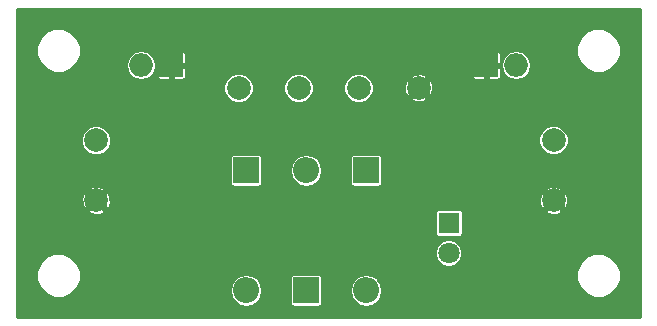
<source format=gbr>
G04 #@! TF.FileFunction,Copper,L2,Bot,Signal*
%FSLAX46Y46*%
G04 Gerber Fmt 4.6, Leading zero omitted, Abs format (unit mm)*
G04 Created by KiCad (PCBNEW 4.0.0-rc1-stable) date 17/09/2017 11:41:04*
%MOMM*%
G01*
G04 APERTURE LIST*
%ADD10C,0.076200*%
%ADD11R,2.200000X2.200000*%
%ADD12O,2.200000X2.200000*%
%ADD13R,1.800000X1.800000*%
%ADD14C,1.800000*%
%ADD15C,2.000000*%
%ADD16O,1.998980X1.998980*%
%ADD17R,1.998980X1.998980*%
%ADD18C,0.254000*%
G04 APERTURE END LIST*
D10*
D11*
X149225000Y-107950000D03*
D12*
X149225000Y-118110000D03*
D13*
X166370000Y-112395000D03*
D14*
X166370000Y-114935000D03*
D11*
X154305000Y-118110000D03*
D12*
X154305000Y-107950000D03*
D11*
X159385000Y-107950000D03*
D12*
X159385000Y-118110000D03*
D15*
X136525000Y-105410000D03*
X136525000Y-110490000D03*
X175260000Y-110490000D03*
X175260000Y-105410000D03*
X153670000Y-100965000D03*
X148590000Y-100965000D03*
X163830000Y-100965000D03*
X158750000Y-100965000D03*
D16*
X172085000Y-99060000D03*
D17*
X169545000Y-99060000D03*
D16*
X140335000Y-99060000D03*
D17*
X142875000Y-99060000D03*
D18*
G36*
X182576400Y-120346400D02*
X129843600Y-120346400D01*
X129843600Y-117212196D01*
X131470274Y-117212196D01*
X131755793Y-117903204D01*
X132284015Y-118432349D01*
X132974524Y-118719073D01*
X133722196Y-118719726D01*
X134413204Y-118434207D01*
X134765048Y-118082976D01*
X147845600Y-118082976D01*
X147845600Y-118137024D01*
X147950601Y-118664898D01*
X148249617Y-119112407D01*
X148697126Y-119411423D01*
X149225000Y-119516424D01*
X149752874Y-119411423D01*
X150200383Y-119112407D01*
X150499399Y-118664898D01*
X150604400Y-118137024D01*
X150604400Y-118082976D01*
X150499399Y-117555102D01*
X150200383Y-117107593D01*
X150054325Y-117010000D01*
X152920127Y-117010000D01*
X152920127Y-119210000D01*
X152939609Y-119313539D01*
X153000801Y-119408634D01*
X153094168Y-119472429D01*
X153205000Y-119494873D01*
X155405000Y-119494873D01*
X155508539Y-119475391D01*
X155603634Y-119414199D01*
X155667429Y-119320832D01*
X155689873Y-119210000D01*
X155689873Y-118082976D01*
X158005600Y-118082976D01*
X158005600Y-118137024D01*
X158110601Y-118664898D01*
X158409617Y-119112407D01*
X158857126Y-119411423D01*
X159385000Y-119516424D01*
X159912874Y-119411423D01*
X160360383Y-119112407D01*
X160659399Y-118664898D01*
X160764400Y-118137024D01*
X160764400Y-118082976D01*
X160659399Y-117555102D01*
X160430277Y-117212196D01*
X177190274Y-117212196D01*
X177475793Y-117903204D01*
X178004015Y-118432349D01*
X178694524Y-118719073D01*
X179442196Y-118719726D01*
X180133204Y-118434207D01*
X180662349Y-117905985D01*
X180949073Y-117215476D01*
X180949726Y-116467804D01*
X180664207Y-115776796D01*
X180135985Y-115247651D01*
X179445476Y-114960927D01*
X178697804Y-114960274D01*
X178006796Y-115245793D01*
X177477651Y-115774015D01*
X177190927Y-116464524D01*
X177190274Y-117212196D01*
X160430277Y-117212196D01*
X160360383Y-117107593D01*
X159912874Y-116808577D01*
X159385000Y-116703576D01*
X158857126Y-116808577D01*
X158409617Y-117107593D01*
X158110601Y-117555102D01*
X158005600Y-118082976D01*
X155689873Y-118082976D01*
X155689873Y-117010000D01*
X155670391Y-116906461D01*
X155609199Y-116811366D01*
X155515832Y-116747571D01*
X155405000Y-116725127D01*
X153205000Y-116725127D01*
X153101461Y-116744609D01*
X153006366Y-116805801D01*
X152942571Y-116899168D01*
X152920127Y-117010000D01*
X150054325Y-117010000D01*
X149752874Y-116808577D01*
X149225000Y-116703576D01*
X148697126Y-116808577D01*
X148249617Y-117107593D01*
X147950601Y-117555102D01*
X147845600Y-118082976D01*
X134765048Y-118082976D01*
X134942349Y-117905985D01*
X135229073Y-117215476D01*
X135229726Y-116467804D01*
X134944207Y-115776796D01*
X134415985Y-115247651D01*
X134225532Y-115168568D01*
X165190396Y-115168568D01*
X165369570Y-115602204D01*
X165701051Y-115934264D01*
X166134374Y-116114195D01*
X166603568Y-116114604D01*
X167037204Y-115935430D01*
X167369264Y-115603949D01*
X167549195Y-115170626D01*
X167549604Y-114701432D01*
X167370430Y-114267796D01*
X167038949Y-113935736D01*
X166605626Y-113755805D01*
X166136432Y-113755396D01*
X165702796Y-113934570D01*
X165370736Y-114266051D01*
X165190805Y-114699374D01*
X165190396Y-115168568D01*
X134225532Y-115168568D01*
X133725476Y-114960927D01*
X132977804Y-114960274D01*
X132286796Y-115245793D01*
X131757651Y-115774015D01*
X131470927Y-116464524D01*
X131470274Y-117212196D01*
X129843600Y-117212196D01*
X129843600Y-111420379D01*
X135774226Y-111420379D01*
X135895238Y-111572859D01*
X136357568Y-111731431D01*
X136845388Y-111701006D01*
X137154762Y-111572859D01*
X137216552Y-111495000D01*
X165185127Y-111495000D01*
X165185127Y-113295000D01*
X165204609Y-113398539D01*
X165265801Y-113493634D01*
X165359168Y-113557429D01*
X165470000Y-113579873D01*
X167270000Y-113579873D01*
X167373539Y-113560391D01*
X167468634Y-113499199D01*
X167532429Y-113405832D01*
X167554873Y-113295000D01*
X167554873Y-111495000D01*
X167540833Y-111420379D01*
X174509226Y-111420379D01*
X174630238Y-111572859D01*
X175092568Y-111731431D01*
X175580388Y-111701006D01*
X175889762Y-111572859D01*
X176010774Y-111420379D01*
X175260000Y-110669605D01*
X174509226Y-111420379D01*
X167540833Y-111420379D01*
X167535391Y-111391461D01*
X167474199Y-111296366D01*
X167380832Y-111232571D01*
X167270000Y-111210127D01*
X165470000Y-111210127D01*
X165366461Y-111229609D01*
X165271366Y-111290801D01*
X165207571Y-111384168D01*
X165185127Y-111495000D01*
X137216552Y-111495000D01*
X137275774Y-111420379D01*
X136525000Y-110669605D01*
X135774226Y-111420379D01*
X129843600Y-111420379D01*
X129843600Y-110322568D01*
X135283569Y-110322568D01*
X135313994Y-110810388D01*
X135442141Y-111119762D01*
X135594621Y-111240774D01*
X136345395Y-110490000D01*
X136704605Y-110490000D01*
X137455379Y-111240774D01*
X137607859Y-111119762D01*
X137766431Y-110657432D01*
X137745546Y-110322568D01*
X174018569Y-110322568D01*
X174048994Y-110810388D01*
X174177141Y-111119762D01*
X174329621Y-111240774D01*
X175080395Y-110490000D01*
X175439605Y-110490000D01*
X176190379Y-111240774D01*
X176342859Y-111119762D01*
X176501431Y-110657432D01*
X176471006Y-110169612D01*
X176342859Y-109860238D01*
X176190379Y-109739226D01*
X175439605Y-110490000D01*
X175080395Y-110490000D01*
X174329621Y-109739226D01*
X174177141Y-109860238D01*
X174018569Y-110322568D01*
X137745546Y-110322568D01*
X137736006Y-110169612D01*
X137607859Y-109860238D01*
X137455379Y-109739226D01*
X136704605Y-110490000D01*
X136345395Y-110490000D01*
X135594621Y-109739226D01*
X135442141Y-109860238D01*
X135283569Y-110322568D01*
X129843600Y-110322568D01*
X129843600Y-109559621D01*
X135774226Y-109559621D01*
X136525000Y-110310395D01*
X137275774Y-109559621D01*
X174509226Y-109559621D01*
X175260000Y-110310395D01*
X176010774Y-109559621D01*
X175889762Y-109407141D01*
X175427432Y-109248569D01*
X174939612Y-109278994D01*
X174630238Y-109407141D01*
X174509226Y-109559621D01*
X137275774Y-109559621D01*
X137154762Y-109407141D01*
X136692432Y-109248569D01*
X136204612Y-109278994D01*
X135895238Y-109407141D01*
X135774226Y-109559621D01*
X129843600Y-109559621D01*
X129843600Y-106850000D01*
X147840127Y-106850000D01*
X147840127Y-109050000D01*
X147859609Y-109153539D01*
X147920801Y-109248634D01*
X148014168Y-109312429D01*
X148125000Y-109334873D01*
X150325000Y-109334873D01*
X150428539Y-109315391D01*
X150523634Y-109254199D01*
X150587429Y-109160832D01*
X150609873Y-109050000D01*
X150609873Y-107922976D01*
X152925600Y-107922976D01*
X152925600Y-107977024D01*
X153030601Y-108504898D01*
X153329617Y-108952407D01*
X153777126Y-109251423D01*
X154305000Y-109356424D01*
X154832874Y-109251423D01*
X155280383Y-108952407D01*
X155579399Y-108504898D01*
X155684400Y-107977024D01*
X155684400Y-107922976D01*
X155579399Y-107395102D01*
X155280383Y-106947593D01*
X155134325Y-106850000D01*
X158000127Y-106850000D01*
X158000127Y-109050000D01*
X158019609Y-109153539D01*
X158080801Y-109248634D01*
X158174168Y-109312429D01*
X158285000Y-109334873D01*
X160485000Y-109334873D01*
X160588539Y-109315391D01*
X160683634Y-109254199D01*
X160747429Y-109160832D01*
X160769873Y-109050000D01*
X160769873Y-106850000D01*
X160750391Y-106746461D01*
X160689199Y-106651366D01*
X160595832Y-106587571D01*
X160485000Y-106565127D01*
X158285000Y-106565127D01*
X158181461Y-106584609D01*
X158086366Y-106645801D01*
X158022571Y-106739168D01*
X158000127Y-106850000D01*
X155134325Y-106850000D01*
X154832874Y-106648577D01*
X154305000Y-106543576D01*
X153777126Y-106648577D01*
X153329617Y-106947593D01*
X153030601Y-107395102D01*
X152925600Y-107922976D01*
X150609873Y-107922976D01*
X150609873Y-106850000D01*
X150590391Y-106746461D01*
X150529199Y-106651366D01*
X150435832Y-106587571D01*
X150325000Y-106565127D01*
X148125000Y-106565127D01*
X148021461Y-106584609D01*
X147926366Y-106645801D01*
X147862571Y-106739168D01*
X147840127Y-106850000D01*
X129843600Y-106850000D01*
X129843600Y-105663372D01*
X135245378Y-105663372D01*
X135439745Y-106133775D01*
X135799332Y-106493990D01*
X136269395Y-106689178D01*
X136778372Y-106689622D01*
X137248775Y-106495255D01*
X137608990Y-106135668D01*
X137804178Y-105665605D01*
X137804179Y-105663372D01*
X173980378Y-105663372D01*
X174174745Y-106133775D01*
X174534332Y-106493990D01*
X175004395Y-106689178D01*
X175513372Y-106689622D01*
X175983775Y-106495255D01*
X176343990Y-106135668D01*
X176539178Y-105665605D01*
X176539622Y-105156628D01*
X176345255Y-104686225D01*
X175985668Y-104326010D01*
X175515605Y-104130822D01*
X175006628Y-104130378D01*
X174536225Y-104324745D01*
X174176010Y-104684332D01*
X173980822Y-105154395D01*
X173980378Y-105663372D01*
X137804179Y-105663372D01*
X137804622Y-105156628D01*
X137610255Y-104686225D01*
X137250668Y-104326010D01*
X136780605Y-104130822D01*
X136271628Y-104130378D01*
X135801225Y-104324745D01*
X135441010Y-104684332D01*
X135245822Y-105154395D01*
X135245378Y-105663372D01*
X129843600Y-105663372D01*
X129843600Y-101218372D01*
X147310378Y-101218372D01*
X147504745Y-101688775D01*
X147864332Y-102048990D01*
X148334395Y-102244178D01*
X148843372Y-102244622D01*
X149313775Y-102050255D01*
X149673990Y-101690668D01*
X149869178Y-101220605D01*
X149869179Y-101218372D01*
X152390378Y-101218372D01*
X152584745Y-101688775D01*
X152944332Y-102048990D01*
X153414395Y-102244178D01*
X153923372Y-102244622D01*
X154393775Y-102050255D01*
X154753990Y-101690668D01*
X154949178Y-101220605D01*
X154949179Y-101218372D01*
X157470378Y-101218372D01*
X157664745Y-101688775D01*
X158024332Y-102048990D01*
X158494395Y-102244178D01*
X159003372Y-102244622D01*
X159473775Y-102050255D01*
X159628921Y-101895379D01*
X163079226Y-101895379D01*
X163200238Y-102047859D01*
X163662568Y-102206431D01*
X164150388Y-102176006D01*
X164459762Y-102047859D01*
X164580774Y-101895379D01*
X163830000Y-101144605D01*
X163079226Y-101895379D01*
X159628921Y-101895379D01*
X159833990Y-101690668D01*
X160029178Y-101220605D01*
X160029547Y-100797568D01*
X162588569Y-100797568D01*
X162618994Y-101285388D01*
X162747141Y-101594762D01*
X162899621Y-101715774D01*
X163650395Y-100965000D01*
X164009605Y-100965000D01*
X164760379Y-101715774D01*
X164912859Y-101594762D01*
X165071431Y-101132432D01*
X165041006Y-100644612D01*
X164912859Y-100335238D01*
X164760379Y-100214226D01*
X164009605Y-100965000D01*
X163650395Y-100965000D01*
X162899621Y-100214226D01*
X162747141Y-100335238D01*
X162588569Y-100797568D01*
X160029547Y-100797568D01*
X160029622Y-100711628D01*
X159835255Y-100241225D01*
X159629012Y-100034621D01*
X163079226Y-100034621D01*
X163830000Y-100785395D01*
X164580774Y-100034621D01*
X164459762Y-99882141D01*
X163997432Y-99723569D01*
X163509612Y-99753994D01*
X163200238Y-99882141D01*
X163079226Y-100034621D01*
X159629012Y-100034621D01*
X159475668Y-99881010D01*
X159005605Y-99685822D01*
X158496628Y-99685378D01*
X158026225Y-99879745D01*
X157666010Y-100239332D01*
X157470822Y-100709395D01*
X157470378Y-101218372D01*
X154949179Y-101218372D01*
X154949622Y-100711628D01*
X154755255Y-100241225D01*
X154395668Y-99881010D01*
X153925605Y-99685822D01*
X153416628Y-99685378D01*
X152946225Y-99879745D01*
X152586010Y-100239332D01*
X152390822Y-100709395D01*
X152390378Y-101218372D01*
X149869179Y-101218372D01*
X149869622Y-100711628D01*
X149675255Y-100241225D01*
X149315668Y-99881010D01*
X148845605Y-99685822D01*
X148336628Y-99685378D01*
X147866225Y-99879745D01*
X147506010Y-100239332D01*
X147310822Y-100709395D01*
X147310378Y-101218372D01*
X129843600Y-101218372D01*
X129843600Y-98162196D01*
X131470274Y-98162196D01*
X131755793Y-98853204D01*
X132284015Y-99382349D01*
X132974524Y-99669073D01*
X133722196Y-99669726D01*
X134413204Y-99384207D01*
X134737977Y-99060000D01*
X139031055Y-99060000D01*
X139128405Y-99549410D01*
X139405633Y-99964312D01*
X139820535Y-100241540D01*
X140309945Y-100338890D01*
X140360055Y-100338890D01*
X140849465Y-100241540D01*
X141264367Y-99964312D01*
X141541595Y-99549410D01*
X141602315Y-99244150D01*
X141646910Y-99244150D01*
X141646910Y-100104962D01*
X141681713Y-100188982D01*
X141746019Y-100253288D01*
X141830039Y-100288090D01*
X142690850Y-100288090D01*
X142748000Y-100230940D01*
X142748000Y-99187000D01*
X143002000Y-99187000D01*
X143002000Y-100230940D01*
X143059150Y-100288090D01*
X143919961Y-100288090D01*
X144003981Y-100253288D01*
X144068287Y-100188982D01*
X144103090Y-100104962D01*
X144103090Y-99244150D01*
X168316910Y-99244150D01*
X168316910Y-100104962D01*
X168351713Y-100188982D01*
X168416019Y-100253288D01*
X168500039Y-100288090D01*
X169360850Y-100288090D01*
X169418000Y-100230940D01*
X169418000Y-99187000D01*
X169672000Y-99187000D01*
X169672000Y-100230940D01*
X169729150Y-100288090D01*
X170589961Y-100288090D01*
X170673981Y-100253288D01*
X170738287Y-100188982D01*
X170773090Y-100104962D01*
X170773090Y-99244150D01*
X170715940Y-99187000D01*
X169672000Y-99187000D01*
X169418000Y-99187000D01*
X168374060Y-99187000D01*
X168316910Y-99244150D01*
X144103090Y-99244150D01*
X144045940Y-99187000D01*
X143002000Y-99187000D01*
X142748000Y-99187000D01*
X141704060Y-99187000D01*
X141646910Y-99244150D01*
X141602315Y-99244150D01*
X141638945Y-99060000D01*
X170781055Y-99060000D01*
X170878405Y-99549410D01*
X171155633Y-99964312D01*
X171570535Y-100241540D01*
X172059945Y-100338890D01*
X172110055Y-100338890D01*
X172599465Y-100241540D01*
X173014367Y-99964312D01*
X173291595Y-99549410D01*
X173388945Y-99060000D01*
X173291595Y-98570590D01*
X173018716Y-98162196D01*
X177190274Y-98162196D01*
X177475793Y-98853204D01*
X178004015Y-99382349D01*
X178694524Y-99669073D01*
X179442196Y-99669726D01*
X180133204Y-99384207D01*
X180662349Y-98855985D01*
X180949073Y-98165476D01*
X180949726Y-97417804D01*
X180664207Y-96726796D01*
X180135985Y-96197651D01*
X179445476Y-95910927D01*
X178697804Y-95910274D01*
X178006796Y-96195793D01*
X177477651Y-96724015D01*
X177190927Y-97414524D01*
X177190274Y-98162196D01*
X173018716Y-98162196D01*
X173014367Y-98155688D01*
X172599465Y-97878460D01*
X172110055Y-97781110D01*
X172059945Y-97781110D01*
X171570535Y-97878460D01*
X171155633Y-98155688D01*
X170878405Y-98570590D01*
X170781055Y-99060000D01*
X141638945Y-99060000D01*
X141541595Y-98570590D01*
X141264367Y-98155688D01*
X141053869Y-98015038D01*
X141646910Y-98015038D01*
X141646910Y-98875850D01*
X141704060Y-98933000D01*
X142748000Y-98933000D01*
X142748000Y-97889060D01*
X143002000Y-97889060D01*
X143002000Y-98933000D01*
X144045940Y-98933000D01*
X144103090Y-98875850D01*
X144103090Y-98015038D01*
X168316910Y-98015038D01*
X168316910Y-98875850D01*
X168374060Y-98933000D01*
X169418000Y-98933000D01*
X169418000Y-97889060D01*
X169672000Y-97889060D01*
X169672000Y-98933000D01*
X170715940Y-98933000D01*
X170773090Y-98875850D01*
X170773090Y-98015038D01*
X170738287Y-97931018D01*
X170673981Y-97866712D01*
X170589961Y-97831910D01*
X169729150Y-97831910D01*
X169672000Y-97889060D01*
X169418000Y-97889060D01*
X169360850Y-97831910D01*
X168500039Y-97831910D01*
X168416019Y-97866712D01*
X168351713Y-97931018D01*
X168316910Y-98015038D01*
X144103090Y-98015038D01*
X144068287Y-97931018D01*
X144003981Y-97866712D01*
X143919961Y-97831910D01*
X143059150Y-97831910D01*
X143002000Y-97889060D01*
X142748000Y-97889060D01*
X142690850Y-97831910D01*
X141830039Y-97831910D01*
X141746019Y-97866712D01*
X141681713Y-97931018D01*
X141646910Y-98015038D01*
X141053869Y-98015038D01*
X140849465Y-97878460D01*
X140360055Y-97781110D01*
X140309945Y-97781110D01*
X139820535Y-97878460D01*
X139405633Y-98155688D01*
X139128405Y-98570590D01*
X139031055Y-99060000D01*
X134737977Y-99060000D01*
X134942349Y-98855985D01*
X135229073Y-98165476D01*
X135229726Y-97417804D01*
X134944207Y-96726796D01*
X134415985Y-96197651D01*
X133725476Y-95910927D01*
X132977804Y-95910274D01*
X132286796Y-96195793D01*
X131757651Y-96724015D01*
X131470927Y-97414524D01*
X131470274Y-98162196D01*
X129843600Y-98162196D01*
X129843600Y-94283600D01*
X182576400Y-94283600D01*
X182576400Y-120346400D01*
X182576400Y-120346400D01*
G37*
X182576400Y-120346400D02*
X129843600Y-120346400D01*
X129843600Y-117212196D01*
X131470274Y-117212196D01*
X131755793Y-117903204D01*
X132284015Y-118432349D01*
X132974524Y-118719073D01*
X133722196Y-118719726D01*
X134413204Y-118434207D01*
X134765048Y-118082976D01*
X147845600Y-118082976D01*
X147845600Y-118137024D01*
X147950601Y-118664898D01*
X148249617Y-119112407D01*
X148697126Y-119411423D01*
X149225000Y-119516424D01*
X149752874Y-119411423D01*
X150200383Y-119112407D01*
X150499399Y-118664898D01*
X150604400Y-118137024D01*
X150604400Y-118082976D01*
X150499399Y-117555102D01*
X150200383Y-117107593D01*
X150054325Y-117010000D01*
X152920127Y-117010000D01*
X152920127Y-119210000D01*
X152939609Y-119313539D01*
X153000801Y-119408634D01*
X153094168Y-119472429D01*
X153205000Y-119494873D01*
X155405000Y-119494873D01*
X155508539Y-119475391D01*
X155603634Y-119414199D01*
X155667429Y-119320832D01*
X155689873Y-119210000D01*
X155689873Y-118082976D01*
X158005600Y-118082976D01*
X158005600Y-118137024D01*
X158110601Y-118664898D01*
X158409617Y-119112407D01*
X158857126Y-119411423D01*
X159385000Y-119516424D01*
X159912874Y-119411423D01*
X160360383Y-119112407D01*
X160659399Y-118664898D01*
X160764400Y-118137024D01*
X160764400Y-118082976D01*
X160659399Y-117555102D01*
X160430277Y-117212196D01*
X177190274Y-117212196D01*
X177475793Y-117903204D01*
X178004015Y-118432349D01*
X178694524Y-118719073D01*
X179442196Y-118719726D01*
X180133204Y-118434207D01*
X180662349Y-117905985D01*
X180949073Y-117215476D01*
X180949726Y-116467804D01*
X180664207Y-115776796D01*
X180135985Y-115247651D01*
X179445476Y-114960927D01*
X178697804Y-114960274D01*
X178006796Y-115245793D01*
X177477651Y-115774015D01*
X177190927Y-116464524D01*
X177190274Y-117212196D01*
X160430277Y-117212196D01*
X160360383Y-117107593D01*
X159912874Y-116808577D01*
X159385000Y-116703576D01*
X158857126Y-116808577D01*
X158409617Y-117107593D01*
X158110601Y-117555102D01*
X158005600Y-118082976D01*
X155689873Y-118082976D01*
X155689873Y-117010000D01*
X155670391Y-116906461D01*
X155609199Y-116811366D01*
X155515832Y-116747571D01*
X155405000Y-116725127D01*
X153205000Y-116725127D01*
X153101461Y-116744609D01*
X153006366Y-116805801D01*
X152942571Y-116899168D01*
X152920127Y-117010000D01*
X150054325Y-117010000D01*
X149752874Y-116808577D01*
X149225000Y-116703576D01*
X148697126Y-116808577D01*
X148249617Y-117107593D01*
X147950601Y-117555102D01*
X147845600Y-118082976D01*
X134765048Y-118082976D01*
X134942349Y-117905985D01*
X135229073Y-117215476D01*
X135229726Y-116467804D01*
X134944207Y-115776796D01*
X134415985Y-115247651D01*
X134225532Y-115168568D01*
X165190396Y-115168568D01*
X165369570Y-115602204D01*
X165701051Y-115934264D01*
X166134374Y-116114195D01*
X166603568Y-116114604D01*
X167037204Y-115935430D01*
X167369264Y-115603949D01*
X167549195Y-115170626D01*
X167549604Y-114701432D01*
X167370430Y-114267796D01*
X167038949Y-113935736D01*
X166605626Y-113755805D01*
X166136432Y-113755396D01*
X165702796Y-113934570D01*
X165370736Y-114266051D01*
X165190805Y-114699374D01*
X165190396Y-115168568D01*
X134225532Y-115168568D01*
X133725476Y-114960927D01*
X132977804Y-114960274D01*
X132286796Y-115245793D01*
X131757651Y-115774015D01*
X131470927Y-116464524D01*
X131470274Y-117212196D01*
X129843600Y-117212196D01*
X129843600Y-111420379D01*
X135774226Y-111420379D01*
X135895238Y-111572859D01*
X136357568Y-111731431D01*
X136845388Y-111701006D01*
X137154762Y-111572859D01*
X137216552Y-111495000D01*
X165185127Y-111495000D01*
X165185127Y-113295000D01*
X165204609Y-113398539D01*
X165265801Y-113493634D01*
X165359168Y-113557429D01*
X165470000Y-113579873D01*
X167270000Y-113579873D01*
X167373539Y-113560391D01*
X167468634Y-113499199D01*
X167532429Y-113405832D01*
X167554873Y-113295000D01*
X167554873Y-111495000D01*
X167540833Y-111420379D01*
X174509226Y-111420379D01*
X174630238Y-111572859D01*
X175092568Y-111731431D01*
X175580388Y-111701006D01*
X175889762Y-111572859D01*
X176010774Y-111420379D01*
X175260000Y-110669605D01*
X174509226Y-111420379D01*
X167540833Y-111420379D01*
X167535391Y-111391461D01*
X167474199Y-111296366D01*
X167380832Y-111232571D01*
X167270000Y-111210127D01*
X165470000Y-111210127D01*
X165366461Y-111229609D01*
X165271366Y-111290801D01*
X165207571Y-111384168D01*
X165185127Y-111495000D01*
X137216552Y-111495000D01*
X137275774Y-111420379D01*
X136525000Y-110669605D01*
X135774226Y-111420379D01*
X129843600Y-111420379D01*
X129843600Y-110322568D01*
X135283569Y-110322568D01*
X135313994Y-110810388D01*
X135442141Y-111119762D01*
X135594621Y-111240774D01*
X136345395Y-110490000D01*
X136704605Y-110490000D01*
X137455379Y-111240774D01*
X137607859Y-111119762D01*
X137766431Y-110657432D01*
X137745546Y-110322568D01*
X174018569Y-110322568D01*
X174048994Y-110810388D01*
X174177141Y-111119762D01*
X174329621Y-111240774D01*
X175080395Y-110490000D01*
X175439605Y-110490000D01*
X176190379Y-111240774D01*
X176342859Y-111119762D01*
X176501431Y-110657432D01*
X176471006Y-110169612D01*
X176342859Y-109860238D01*
X176190379Y-109739226D01*
X175439605Y-110490000D01*
X175080395Y-110490000D01*
X174329621Y-109739226D01*
X174177141Y-109860238D01*
X174018569Y-110322568D01*
X137745546Y-110322568D01*
X137736006Y-110169612D01*
X137607859Y-109860238D01*
X137455379Y-109739226D01*
X136704605Y-110490000D01*
X136345395Y-110490000D01*
X135594621Y-109739226D01*
X135442141Y-109860238D01*
X135283569Y-110322568D01*
X129843600Y-110322568D01*
X129843600Y-109559621D01*
X135774226Y-109559621D01*
X136525000Y-110310395D01*
X137275774Y-109559621D01*
X174509226Y-109559621D01*
X175260000Y-110310395D01*
X176010774Y-109559621D01*
X175889762Y-109407141D01*
X175427432Y-109248569D01*
X174939612Y-109278994D01*
X174630238Y-109407141D01*
X174509226Y-109559621D01*
X137275774Y-109559621D01*
X137154762Y-109407141D01*
X136692432Y-109248569D01*
X136204612Y-109278994D01*
X135895238Y-109407141D01*
X135774226Y-109559621D01*
X129843600Y-109559621D01*
X129843600Y-106850000D01*
X147840127Y-106850000D01*
X147840127Y-109050000D01*
X147859609Y-109153539D01*
X147920801Y-109248634D01*
X148014168Y-109312429D01*
X148125000Y-109334873D01*
X150325000Y-109334873D01*
X150428539Y-109315391D01*
X150523634Y-109254199D01*
X150587429Y-109160832D01*
X150609873Y-109050000D01*
X150609873Y-107922976D01*
X152925600Y-107922976D01*
X152925600Y-107977024D01*
X153030601Y-108504898D01*
X153329617Y-108952407D01*
X153777126Y-109251423D01*
X154305000Y-109356424D01*
X154832874Y-109251423D01*
X155280383Y-108952407D01*
X155579399Y-108504898D01*
X155684400Y-107977024D01*
X155684400Y-107922976D01*
X155579399Y-107395102D01*
X155280383Y-106947593D01*
X155134325Y-106850000D01*
X158000127Y-106850000D01*
X158000127Y-109050000D01*
X158019609Y-109153539D01*
X158080801Y-109248634D01*
X158174168Y-109312429D01*
X158285000Y-109334873D01*
X160485000Y-109334873D01*
X160588539Y-109315391D01*
X160683634Y-109254199D01*
X160747429Y-109160832D01*
X160769873Y-109050000D01*
X160769873Y-106850000D01*
X160750391Y-106746461D01*
X160689199Y-106651366D01*
X160595832Y-106587571D01*
X160485000Y-106565127D01*
X158285000Y-106565127D01*
X158181461Y-106584609D01*
X158086366Y-106645801D01*
X158022571Y-106739168D01*
X158000127Y-106850000D01*
X155134325Y-106850000D01*
X154832874Y-106648577D01*
X154305000Y-106543576D01*
X153777126Y-106648577D01*
X153329617Y-106947593D01*
X153030601Y-107395102D01*
X152925600Y-107922976D01*
X150609873Y-107922976D01*
X150609873Y-106850000D01*
X150590391Y-106746461D01*
X150529199Y-106651366D01*
X150435832Y-106587571D01*
X150325000Y-106565127D01*
X148125000Y-106565127D01*
X148021461Y-106584609D01*
X147926366Y-106645801D01*
X147862571Y-106739168D01*
X147840127Y-106850000D01*
X129843600Y-106850000D01*
X129843600Y-105663372D01*
X135245378Y-105663372D01*
X135439745Y-106133775D01*
X135799332Y-106493990D01*
X136269395Y-106689178D01*
X136778372Y-106689622D01*
X137248775Y-106495255D01*
X137608990Y-106135668D01*
X137804178Y-105665605D01*
X137804179Y-105663372D01*
X173980378Y-105663372D01*
X174174745Y-106133775D01*
X174534332Y-106493990D01*
X175004395Y-106689178D01*
X175513372Y-106689622D01*
X175983775Y-106495255D01*
X176343990Y-106135668D01*
X176539178Y-105665605D01*
X176539622Y-105156628D01*
X176345255Y-104686225D01*
X175985668Y-104326010D01*
X175515605Y-104130822D01*
X175006628Y-104130378D01*
X174536225Y-104324745D01*
X174176010Y-104684332D01*
X173980822Y-105154395D01*
X173980378Y-105663372D01*
X137804179Y-105663372D01*
X137804622Y-105156628D01*
X137610255Y-104686225D01*
X137250668Y-104326010D01*
X136780605Y-104130822D01*
X136271628Y-104130378D01*
X135801225Y-104324745D01*
X135441010Y-104684332D01*
X135245822Y-105154395D01*
X135245378Y-105663372D01*
X129843600Y-105663372D01*
X129843600Y-101218372D01*
X147310378Y-101218372D01*
X147504745Y-101688775D01*
X147864332Y-102048990D01*
X148334395Y-102244178D01*
X148843372Y-102244622D01*
X149313775Y-102050255D01*
X149673990Y-101690668D01*
X149869178Y-101220605D01*
X149869179Y-101218372D01*
X152390378Y-101218372D01*
X152584745Y-101688775D01*
X152944332Y-102048990D01*
X153414395Y-102244178D01*
X153923372Y-102244622D01*
X154393775Y-102050255D01*
X154753990Y-101690668D01*
X154949178Y-101220605D01*
X154949179Y-101218372D01*
X157470378Y-101218372D01*
X157664745Y-101688775D01*
X158024332Y-102048990D01*
X158494395Y-102244178D01*
X159003372Y-102244622D01*
X159473775Y-102050255D01*
X159628921Y-101895379D01*
X163079226Y-101895379D01*
X163200238Y-102047859D01*
X163662568Y-102206431D01*
X164150388Y-102176006D01*
X164459762Y-102047859D01*
X164580774Y-101895379D01*
X163830000Y-101144605D01*
X163079226Y-101895379D01*
X159628921Y-101895379D01*
X159833990Y-101690668D01*
X160029178Y-101220605D01*
X160029547Y-100797568D01*
X162588569Y-100797568D01*
X162618994Y-101285388D01*
X162747141Y-101594762D01*
X162899621Y-101715774D01*
X163650395Y-100965000D01*
X164009605Y-100965000D01*
X164760379Y-101715774D01*
X164912859Y-101594762D01*
X165071431Y-101132432D01*
X165041006Y-100644612D01*
X164912859Y-100335238D01*
X164760379Y-100214226D01*
X164009605Y-100965000D01*
X163650395Y-100965000D01*
X162899621Y-100214226D01*
X162747141Y-100335238D01*
X162588569Y-100797568D01*
X160029547Y-100797568D01*
X160029622Y-100711628D01*
X159835255Y-100241225D01*
X159629012Y-100034621D01*
X163079226Y-100034621D01*
X163830000Y-100785395D01*
X164580774Y-100034621D01*
X164459762Y-99882141D01*
X163997432Y-99723569D01*
X163509612Y-99753994D01*
X163200238Y-99882141D01*
X163079226Y-100034621D01*
X159629012Y-100034621D01*
X159475668Y-99881010D01*
X159005605Y-99685822D01*
X158496628Y-99685378D01*
X158026225Y-99879745D01*
X157666010Y-100239332D01*
X157470822Y-100709395D01*
X157470378Y-101218372D01*
X154949179Y-101218372D01*
X154949622Y-100711628D01*
X154755255Y-100241225D01*
X154395668Y-99881010D01*
X153925605Y-99685822D01*
X153416628Y-99685378D01*
X152946225Y-99879745D01*
X152586010Y-100239332D01*
X152390822Y-100709395D01*
X152390378Y-101218372D01*
X149869179Y-101218372D01*
X149869622Y-100711628D01*
X149675255Y-100241225D01*
X149315668Y-99881010D01*
X148845605Y-99685822D01*
X148336628Y-99685378D01*
X147866225Y-99879745D01*
X147506010Y-100239332D01*
X147310822Y-100709395D01*
X147310378Y-101218372D01*
X129843600Y-101218372D01*
X129843600Y-98162196D01*
X131470274Y-98162196D01*
X131755793Y-98853204D01*
X132284015Y-99382349D01*
X132974524Y-99669073D01*
X133722196Y-99669726D01*
X134413204Y-99384207D01*
X134737977Y-99060000D01*
X139031055Y-99060000D01*
X139128405Y-99549410D01*
X139405633Y-99964312D01*
X139820535Y-100241540D01*
X140309945Y-100338890D01*
X140360055Y-100338890D01*
X140849465Y-100241540D01*
X141264367Y-99964312D01*
X141541595Y-99549410D01*
X141602315Y-99244150D01*
X141646910Y-99244150D01*
X141646910Y-100104962D01*
X141681713Y-100188982D01*
X141746019Y-100253288D01*
X141830039Y-100288090D01*
X142690850Y-100288090D01*
X142748000Y-100230940D01*
X142748000Y-99187000D01*
X143002000Y-99187000D01*
X143002000Y-100230940D01*
X143059150Y-100288090D01*
X143919961Y-100288090D01*
X144003981Y-100253288D01*
X144068287Y-100188982D01*
X144103090Y-100104962D01*
X144103090Y-99244150D01*
X168316910Y-99244150D01*
X168316910Y-100104962D01*
X168351713Y-100188982D01*
X168416019Y-100253288D01*
X168500039Y-100288090D01*
X169360850Y-100288090D01*
X169418000Y-100230940D01*
X169418000Y-99187000D01*
X169672000Y-99187000D01*
X169672000Y-100230940D01*
X169729150Y-100288090D01*
X170589961Y-100288090D01*
X170673981Y-100253288D01*
X170738287Y-100188982D01*
X170773090Y-100104962D01*
X170773090Y-99244150D01*
X170715940Y-99187000D01*
X169672000Y-99187000D01*
X169418000Y-99187000D01*
X168374060Y-99187000D01*
X168316910Y-99244150D01*
X144103090Y-99244150D01*
X144045940Y-99187000D01*
X143002000Y-99187000D01*
X142748000Y-99187000D01*
X141704060Y-99187000D01*
X141646910Y-99244150D01*
X141602315Y-99244150D01*
X141638945Y-99060000D01*
X170781055Y-99060000D01*
X170878405Y-99549410D01*
X171155633Y-99964312D01*
X171570535Y-100241540D01*
X172059945Y-100338890D01*
X172110055Y-100338890D01*
X172599465Y-100241540D01*
X173014367Y-99964312D01*
X173291595Y-99549410D01*
X173388945Y-99060000D01*
X173291595Y-98570590D01*
X173018716Y-98162196D01*
X177190274Y-98162196D01*
X177475793Y-98853204D01*
X178004015Y-99382349D01*
X178694524Y-99669073D01*
X179442196Y-99669726D01*
X180133204Y-99384207D01*
X180662349Y-98855985D01*
X180949073Y-98165476D01*
X180949726Y-97417804D01*
X180664207Y-96726796D01*
X180135985Y-96197651D01*
X179445476Y-95910927D01*
X178697804Y-95910274D01*
X178006796Y-96195793D01*
X177477651Y-96724015D01*
X177190927Y-97414524D01*
X177190274Y-98162196D01*
X173018716Y-98162196D01*
X173014367Y-98155688D01*
X172599465Y-97878460D01*
X172110055Y-97781110D01*
X172059945Y-97781110D01*
X171570535Y-97878460D01*
X171155633Y-98155688D01*
X170878405Y-98570590D01*
X170781055Y-99060000D01*
X141638945Y-99060000D01*
X141541595Y-98570590D01*
X141264367Y-98155688D01*
X141053869Y-98015038D01*
X141646910Y-98015038D01*
X141646910Y-98875850D01*
X141704060Y-98933000D01*
X142748000Y-98933000D01*
X142748000Y-97889060D01*
X143002000Y-97889060D01*
X143002000Y-98933000D01*
X144045940Y-98933000D01*
X144103090Y-98875850D01*
X144103090Y-98015038D01*
X168316910Y-98015038D01*
X168316910Y-98875850D01*
X168374060Y-98933000D01*
X169418000Y-98933000D01*
X169418000Y-97889060D01*
X169672000Y-97889060D01*
X169672000Y-98933000D01*
X170715940Y-98933000D01*
X170773090Y-98875850D01*
X170773090Y-98015038D01*
X170738287Y-97931018D01*
X170673981Y-97866712D01*
X170589961Y-97831910D01*
X169729150Y-97831910D01*
X169672000Y-97889060D01*
X169418000Y-97889060D01*
X169360850Y-97831910D01*
X168500039Y-97831910D01*
X168416019Y-97866712D01*
X168351713Y-97931018D01*
X168316910Y-98015038D01*
X144103090Y-98015038D01*
X144068287Y-97931018D01*
X144003981Y-97866712D01*
X143919961Y-97831910D01*
X143059150Y-97831910D01*
X143002000Y-97889060D01*
X142748000Y-97889060D01*
X142690850Y-97831910D01*
X141830039Y-97831910D01*
X141746019Y-97866712D01*
X141681713Y-97931018D01*
X141646910Y-98015038D01*
X141053869Y-98015038D01*
X140849465Y-97878460D01*
X140360055Y-97781110D01*
X140309945Y-97781110D01*
X139820535Y-97878460D01*
X139405633Y-98155688D01*
X139128405Y-98570590D01*
X139031055Y-99060000D01*
X134737977Y-99060000D01*
X134942349Y-98855985D01*
X135229073Y-98165476D01*
X135229726Y-97417804D01*
X134944207Y-96726796D01*
X134415985Y-96197651D01*
X133725476Y-95910927D01*
X132977804Y-95910274D01*
X132286796Y-96195793D01*
X131757651Y-96724015D01*
X131470927Y-97414524D01*
X131470274Y-98162196D01*
X129843600Y-98162196D01*
X129843600Y-94283600D01*
X182576400Y-94283600D01*
X182576400Y-120346400D01*
M02*

</source>
